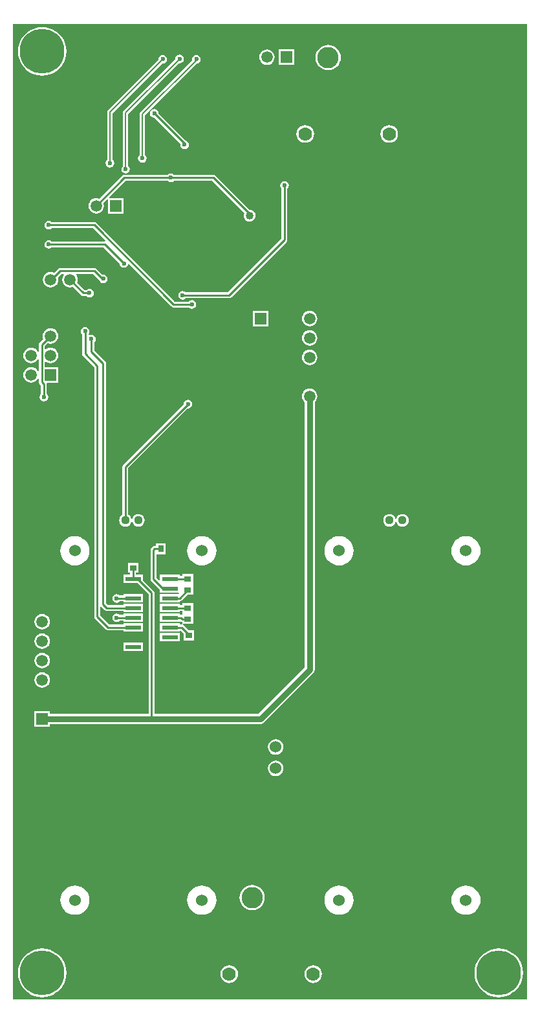
<source format=gbl>
G04*
G04 #@! TF.GenerationSoftware,Altium Limited,Altium Designer,18.0.12 (696)*
G04*
G04 Layer_Physical_Order=2*
G04 Layer_Color=16711680*
%FSLAX25Y25*%
%MOIN*%
G70*
G01*
G75*
%ADD15C,0.01000*%
%ADD62R,0.03543X0.03150*%
%ADD64R,0.03150X0.03543*%
%ADD91C,0.00700*%
%ADD93C,0.03000*%
%ADD95R,0.05906X0.05906*%
%ADD96C,0.05906*%
%ADD97R,0.05906X0.05906*%
%ADD98C,0.19700*%
%ADD99C,0.06000*%
%ADD100C,0.11000*%
%ADD101C,0.07000*%
%ADD103C,0.04400*%
%ADD104C,0.23000*%
%ADD105C,0.02362*%
%ADD106C,0.05000*%
%ADD107C,0.04000*%
%ADD108R,0.08100X0.02400*%
G36*
X270000Y5000D02*
X5000D01*
Y507000D01*
X270000D01*
Y5000D01*
D02*
G37*
%LPC*%
G36*
X90906Y491318D02*
X90055Y491149D01*
X89333Y490667D01*
X88851Y489945D01*
X88682Y489094D01*
X88728Y488863D01*
X62160Y462296D01*
X61862Y461849D01*
X61757Y461322D01*
Y434053D01*
X61561Y433922D01*
X61079Y433201D01*
X60910Y432350D01*
X61079Y431499D01*
X61561Y430777D01*
X62283Y430295D01*
X63134Y430126D01*
X63985Y430295D01*
X64706Y430777D01*
X65188Y431499D01*
X65357Y432350D01*
X65188Y433201D01*
X64706Y433922D01*
X64510Y434053D01*
Y460752D01*
X90674Y486917D01*
X90906Y486871D01*
X91757Y487040D01*
X92478Y487522D01*
X92960Y488243D01*
X93129Y489094D01*
X92960Y489945D01*
X92478Y490667D01*
X91757Y491149D01*
X90906Y491318D01*
D02*
G37*
G36*
X82244Y491224D02*
X81393Y491055D01*
X80672Y490573D01*
X80189Y489851D01*
X80020Y489000D01*
X80066Y488769D01*
X54027Y462729D01*
X53728Y462283D01*
X53624Y461756D01*
Y437204D01*
X53427Y437073D01*
X52946Y436351D01*
X52776Y435500D01*
X52946Y434649D01*
X53427Y433927D01*
X54149Y433445D01*
X55000Y433276D01*
X55851Y433445D01*
X56573Y433927D01*
X57055Y434649D01*
X57224Y435500D01*
X57055Y436351D01*
X56573Y437073D01*
X56376Y437204D01*
Y461186D01*
X82013Y486822D01*
X82244Y486776D01*
X83095Y486945D01*
X83816Y487428D01*
X84299Y488149D01*
X84468Y489000D01*
X84299Y489851D01*
X83816Y490573D01*
X83095Y491055D01*
X82244Y491224D01*
D02*
G37*
G36*
X149953Y493953D02*
X142047D01*
Y486047D01*
X149953D01*
Y493953D01*
D02*
G37*
G36*
X136000Y493987D02*
X134968Y493851D01*
X134007Y493453D01*
X133181Y492819D01*
X132547Y491993D01*
X132149Y491032D01*
X132013Y490000D01*
X132149Y488968D01*
X132547Y488007D01*
X133181Y487181D01*
X134007Y486547D01*
X134968Y486149D01*
X136000Y486013D01*
X137032Y486149D01*
X137993Y486547D01*
X138819Y487181D01*
X139453Y488007D01*
X139851Y488968D01*
X139987Y490000D01*
X139851Y491032D01*
X139453Y491993D01*
X138819Y492819D01*
X137993Y493453D01*
X137032Y493851D01*
X136000Y493987D01*
D02*
G37*
G36*
X167504Y496402D02*
X166230Y496276D01*
X165005Y495904D01*
X163875Y495301D01*
X162886Y494489D01*
X162073Y493499D01*
X161470Y492370D01*
X161098Y491144D01*
X160973Y489870D01*
X161098Y488596D01*
X161470Y487371D01*
X162073Y486241D01*
X162886Y485252D01*
X163875Y484440D01*
X165005Y483836D01*
X166230Y483464D01*
X167504Y483339D01*
X168778Y483464D01*
X170003Y483836D01*
X171133Y484440D01*
X172122Y485252D01*
X172935Y486241D01*
X173538Y487371D01*
X173910Y488596D01*
X174035Y489870D01*
X173910Y491144D01*
X173538Y492370D01*
X172935Y493499D01*
X172122Y494489D01*
X171133Y495301D01*
X170003Y495904D01*
X168778Y496276D01*
X167504Y496402D01*
D02*
G37*
G36*
X20140Y505539D02*
X18178Y505384D01*
X16265Y504925D01*
X14447Y504172D01*
X12770Y503144D01*
X11273Y501866D01*
X9996Y500370D01*
X8968Y498692D01*
X8215Y496875D01*
X7755Y494962D01*
X7601Y493000D01*
X7755Y491039D01*
X8215Y489125D01*
X8968Y487308D01*
X9996Y485630D01*
X11273Y484134D01*
X12770Y482856D01*
X14447Y481828D01*
X16265Y481075D01*
X18178Y480616D01*
X20140Y480461D01*
X22101Y480616D01*
X24014Y481075D01*
X25832Y481828D01*
X27510Y482856D01*
X29006Y484134D01*
X30284Y485630D01*
X31312Y487308D01*
X32065Y489125D01*
X32524Y491039D01*
X32678Y493000D01*
X32524Y494962D01*
X32065Y496875D01*
X31312Y498692D01*
X30284Y500370D01*
X29006Y501866D01*
X27510Y503144D01*
X25832Y504172D01*
X24014Y504925D01*
X22101Y505384D01*
X20140Y505539D01*
D02*
G37*
G36*
X199000Y455039D02*
X197825Y454884D01*
X196731Y454431D01*
X195791Y453709D01*
X195069Y452769D01*
X194616Y451675D01*
X194461Y450500D01*
X194616Y449325D01*
X195069Y448231D01*
X195791Y447291D01*
X196731Y446569D01*
X197825Y446116D01*
X199000Y445961D01*
X200175Y446116D01*
X201269Y446569D01*
X202209Y447291D01*
X202931Y448231D01*
X203384Y449325D01*
X203539Y450500D01*
X203384Y451675D01*
X202931Y452769D01*
X202209Y453709D01*
X201269Y454431D01*
X200175Y454884D01*
X199000Y455039D01*
D02*
G37*
G36*
X155693D02*
X154518Y454884D01*
X153424Y454431D01*
X152484Y453709D01*
X151762Y452769D01*
X151309Y451675D01*
X151154Y450500D01*
X151309Y449325D01*
X151762Y448231D01*
X152484Y447291D01*
X153424Y446569D01*
X154518Y446116D01*
X155693Y445961D01*
X156868Y446116D01*
X157962Y446569D01*
X158902Y447291D01*
X159624Y448231D01*
X160077Y449325D01*
X160232Y450500D01*
X160077Y451675D01*
X159624Y452769D01*
X158902Y453709D01*
X157962Y454431D01*
X156868Y454884D01*
X155693Y455039D01*
D02*
G37*
G36*
X77913Y463310D02*
X77062Y463141D01*
X76341Y462659D01*
X75859Y461938D01*
X75690Y461087D01*
X75859Y460236D01*
X76341Y459514D01*
X77062Y459032D01*
X77913Y458863D01*
X77964Y458873D01*
X91369Y445468D01*
X91276Y445000D01*
X91445Y444149D01*
X91927Y443428D01*
X92649Y442945D01*
X93500Y442776D01*
X94351Y442945D01*
X95073Y443428D01*
X95555Y444149D01*
X95724Y445000D01*
X95555Y445851D01*
X95073Y446572D01*
X94351Y447055D01*
X94048Y447115D01*
X80127Y461036D01*
X80137Y461087D01*
X79968Y461938D01*
X79486Y462659D01*
X78764Y463141D01*
X77913Y463310D01*
D02*
G37*
G36*
X99567Y491224D02*
X98716Y491055D01*
X97995Y490573D01*
X97513Y489851D01*
X97343Y489000D01*
X97461Y488408D01*
X70755Y461702D01*
X70457Y461255D01*
X70352Y460728D01*
Y439704D01*
X70156Y439572D01*
X69674Y438851D01*
X69504Y438000D01*
X69674Y437149D01*
X70156Y436427D01*
X70877Y435945D01*
X71728Y435776D01*
X72579Y435945D01*
X73301Y436427D01*
X73783Y437149D01*
X73952Y438000D01*
X73783Y438851D01*
X73301Y439572D01*
X73105Y439704D01*
Y460158D01*
X99761Y486815D01*
X100418Y486945D01*
X101139Y487428D01*
X101622Y488149D01*
X101791Y489000D01*
X101622Y489851D01*
X101139Y490573D01*
X100418Y491055D01*
X99567Y491224D01*
D02*
G37*
G36*
X86400Y430224D02*
X85549Y430055D01*
X84828Y429572D01*
X84799Y429529D01*
X62500D01*
X61915Y429413D01*
X61419Y429081D01*
X49496Y417159D01*
X49032Y417351D01*
X48000Y417487D01*
X46968Y417351D01*
X46007Y416953D01*
X45181Y416319D01*
X44547Y415493D01*
X44149Y414532D01*
X44013Y413500D01*
X44149Y412468D01*
X44547Y411507D01*
X45181Y410681D01*
X46007Y410047D01*
X46968Y409649D01*
X48000Y409513D01*
X49032Y409649D01*
X49993Y410047D01*
X50819Y410681D01*
X51453Y411507D01*
X51851Y412468D01*
X51987Y413500D01*
X51851Y414532D01*
X51659Y414996D01*
X53585Y416922D01*
X54047Y416731D01*
Y409547D01*
X61953D01*
Y417453D01*
X54769D01*
X54578Y417915D01*
X63134Y426471D01*
X84799D01*
X84828Y426428D01*
X85549Y425945D01*
X86400Y425776D01*
X87251Y425945D01*
X87972Y426428D01*
X88001Y426471D01*
X107781D01*
X124338Y409913D01*
X124077Y409283D01*
X123974Y408500D01*
X124077Y407717D01*
X124380Y406987D01*
X124860Y406360D01*
X125487Y405879D01*
X126217Y405577D01*
X127000Y405474D01*
X127783Y405577D01*
X128513Y405879D01*
X129140Y406360D01*
X129621Y406987D01*
X129923Y407717D01*
X130026Y408500D01*
X129923Y409283D01*
X129621Y410013D01*
X129140Y410640D01*
X128513Y411121D01*
X127783Y411423D01*
X127060Y411518D01*
X109496Y429081D01*
X109000Y429413D01*
X108415Y429529D01*
X88001D01*
X87972Y429572D01*
X87251Y430055D01*
X86400Y430224D01*
D02*
G37*
G36*
X23500Y405862D02*
X22649Y405692D01*
X21927Y405210D01*
X21445Y404489D01*
X21276Y403638D01*
X21445Y402787D01*
X21927Y402065D01*
X22649Y401583D01*
X23500Y401414D01*
X24351Y401583D01*
X25073Y402065D01*
X25101Y402108D01*
X46331D01*
X52704Y395735D01*
X52458Y395274D01*
X52354Y395295D01*
X52024Y395229D01*
X25101D01*
X25073Y395272D01*
X24351Y395755D01*
X23500Y395924D01*
X22649Y395755D01*
X21927Y395272D01*
X21445Y394551D01*
X21276Y393700D01*
X21445Y392849D01*
X21927Y392127D01*
X22649Y391645D01*
X23500Y391476D01*
X24351Y391645D01*
X25073Y392127D01*
X25101Y392171D01*
X51786D01*
X60011Y383946D01*
X60001Y383895D01*
X60170Y383044D01*
X60652Y382323D01*
X61373Y381841D01*
X62225Y381671D01*
X63076Y381841D01*
X63797Y382323D01*
X64279Y383044D01*
X64347Y383385D01*
X64889Y383550D01*
X86773Y361667D01*
X87269Y361335D01*
X87854Y361219D01*
X95647D01*
X95675Y361175D01*
X96397Y360693D01*
X97248Y360524D01*
X98099Y360693D01*
X98821Y361175D01*
X99303Y361897D01*
X99472Y362748D01*
X99303Y363599D01*
X98821Y364320D01*
X98099Y364803D01*
X97248Y364972D01*
X96397Y364803D01*
X95675Y364320D01*
X95647Y364277D01*
X88488D01*
X48046Y404719D01*
X47550Y405051D01*
X46964Y405167D01*
X25101D01*
X25073Y405210D01*
X24351Y405692D01*
X23500Y405862D01*
D02*
G37*
G36*
X47000Y381529D02*
X29427D01*
X28842Y381413D01*
X28346Y381081D01*
X26298Y379034D01*
X25532Y379351D01*
X24500Y379487D01*
X23468Y379351D01*
X22507Y378953D01*
X21681Y378319D01*
X21047Y377493D01*
X20649Y376532D01*
X20513Y375500D01*
X20649Y374468D01*
X21047Y373507D01*
X21681Y372681D01*
X22507Y372047D01*
X23468Y371649D01*
X24500Y371513D01*
X25532Y371649D01*
X26493Y372047D01*
X27319Y372681D01*
X27953Y373507D01*
X28351Y374468D01*
X28487Y375500D01*
X28351Y376532D01*
X28284Y376694D01*
X30061Y378471D01*
X31167D01*
X31413Y377971D01*
X31047Y377493D01*
X30649Y376532D01*
X30513Y375500D01*
X30649Y374468D01*
X31047Y373507D01*
X31681Y372681D01*
X32507Y372047D01*
X33468Y371649D01*
X34500Y371513D01*
X35532Y371649D01*
X35973Y371832D01*
X40233Y367572D01*
X40729Y367241D01*
X41315Y367124D01*
X42899D01*
X42928Y367081D01*
X43649Y366599D01*
X44500Y366430D01*
X45351Y366599D01*
X46073Y367081D01*
X46555Y367803D01*
X46724Y368654D01*
X46555Y369505D01*
X46073Y370226D01*
X45351Y370708D01*
X44500Y370877D01*
X43649Y370708D01*
X42928Y370226D01*
X42899Y370183D01*
X41948D01*
X38149Y373981D01*
X38351Y374468D01*
X38487Y375500D01*
X38351Y376532D01*
X37953Y377493D01*
X37587Y377971D01*
X37833Y378471D01*
X46367D01*
X49510Y375327D01*
X49545Y375149D01*
X50027Y374428D01*
X50749Y373945D01*
X51600Y373776D01*
X52451Y373945D01*
X53172Y374428D01*
X53654Y375149D01*
X53824Y376000D01*
X53654Y376851D01*
X53172Y377572D01*
X52451Y378055D01*
X51600Y378224D01*
X51049Y378114D01*
X48081Y381081D01*
X47585Y381413D01*
X47000Y381529D01*
D02*
G37*
G36*
X145000Y426224D02*
X144149Y426055D01*
X143428Y425572D01*
X142946Y424851D01*
X142776Y424000D01*
X142946Y423149D01*
X143428Y422428D01*
X143471Y422399D01*
Y396634D01*
X115866Y369029D01*
X94101D01*
X94073Y369073D01*
X93351Y369555D01*
X92500Y369724D01*
X91649Y369555D01*
X90927Y369073D01*
X90446Y368351D01*
X90276Y367500D01*
X90446Y366649D01*
X90927Y365928D01*
X91649Y365445D01*
X92500Y365276D01*
X93351Y365445D01*
X94073Y365928D01*
X94101Y365971D01*
X116500D01*
X117085Y366087D01*
X117581Y366419D01*
X146081Y394919D01*
X146413Y395415D01*
X146529Y396000D01*
Y422399D01*
X146572Y422428D01*
X147055Y423149D01*
X147224Y424000D01*
X147055Y424851D01*
X146572Y425572D01*
X145851Y426055D01*
X145000Y426224D01*
D02*
G37*
G36*
X136713Y359453D02*
X128807D01*
Y351547D01*
X136713D01*
Y359453D01*
D02*
G37*
G36*
X158000Y359487D02*
X156968Y359351D01*
X156007Y358953D01*
X155181Y358319D01*
X154547Y357493D01*
X154149Y356532D01*
X154013Y355500D01*
X154149Y354468D01*
X154547Y353507D01*
X155181Y352681D01*
X156007Y352047D01*
X156968Y351649D01*
X158000Y351513D01*
X159032Y351649D01*
X159993Y352047D01*
X160819Y352681D01*
X161453Y353507D01*
X161851Y354468D01*
X161987Y355500D01*
X161851Y356532D01*
X161453Y357493D01*
X160819Y358319D01*
X159993Y358953D01*
X159032Y359351D01*
X158000Y359487D01*
D02*
G37*
G36*
X24389Y350487D02*
X23357Y350351D01*
X22396Y349953D01*
X21570Y349319D01*
X20936Y348493D01*
X20538Y347532D01*
X20402Y346500D01*
X20538Y345468D01*
X20730Y345004D01*
X18855Y343129D01*
X18523Y342633D01*
X18407Y342047D01*
Y338436D01*
X17907Y338336D01*
X17842Y338493D01*
X17208Y339319D01*
X16383Y339953D01*
X15421Y340351D01*
X14389Y340487D01*
X13357Y340351D01*
X12396Y339953D01*
X11570Y339319D01*
X10936Y338493D01*
X10538Y337532D01*
X10402Y336500D01*
X10538Y335468D01*
X10936Y334507D01*
X11570Y333681D01*
X12396Y333047D01*
X13357Y332649D01*
X14389Y332513D01*
X15421Y332649D01*
X16383Y333047D01*
X17208Y333681D01*
X17842Y334507D01*
X17907Y334664D01*
X18407Y334564D01*
Y328436D01*
X17907Y328336D01*
X17842Y328493D01*
X17208Y329319D01*
X16383Y329953D01*
X15421Y330351D01*
X14389Y330487D01*
X13357Y330351D01*
X12396Y329953D01*
X11570Y329319D01*
X10936Y328493D01*
X10538Y327532D01*
X10402Y326500D01*
X10538Y325468D01*
X10936Y324507D01*
X11570Y323681D01*
X12396Y323047D01*
X13357Y322649D01*
X14389Y322513D01*
X15421Y322649D01*
X16383Y323047D01*
X17208Y323681D01*
X17842Y324507D01*
X17907Y324664D01*
X18407Y324564D01*
Y322926D01*
X18523Y322341D01*
X18855Y321845D01*
X19471Y321229D01*
Y316649D01*
X19428Y316620D01*
X18945Y315898D01*
X18776Y315047D01*
X18945Y314196D01*
X19428Y313475D01*
X20149Y312993D01*
X21000Y312823D01*
X21851Y312993D01*
X22572Y313475D01*
X23055Y314196D01*
X23224Y315047D01*
X23055Y315898D01*
X22572Y316620D01*
X22529Y316649D01*
Y321862D01*
X22493Y322047D01*
X22902Y322547D01*
X28342D01*
Y330453D01*
X21466D01*
Y333131D01*
X21966Y333377D01*
X22396Y333047D01*
X23357Y332649D01*
X24389Y332513D01*
X25421Y332649D01*
X26382Y333047D01*
X27208Y333681D01*
X27842Y334507D01*
X28240Y335468D01*
X28376Y336500D01*
X28240Y337532D01*
X27842Y338493D01*
X27208Y339319D01*
X26382Y339953D01*
X25421Y340351D01*
X24389Y340487D01*
X23357Y340351D01*
X22396Y339953D01*
X21966Y339623D01*
X21466Y339869D01*
Y341414D01*
X22893Y342841D01*
X23357Y342649D01*
X24389Y342513D01*
X25421Y342649D01*
X26382Y343047D01*
X27208Y343681D01*
X27842Y344507D01*
X28240Y345468D01*
X28376Y346500D01*
X28240Y347532D01*
X27842Y348493D01*
X27208Y349319D01*
X26382Y349953D01*
X25421Y350351D01*
X24389Y350487D01*
D02*
G37*
G36*
X158000Y349487D02*
X156968Y349351D01*
X156007Y348953D01*
X155181Y348319D01*
X154547Y347493D01*
X154149Y346532D01*
X154013Y345500D01*
X154149Y344468D01*
X154547Y343507D01*
X155181Y342681D01*
X156007Y342047D01*
X156968Y341649D01*
X158000Y341513D01*
X159032Y341649D01*
X159993Y342047D01*
X160819Y342681D01*
X161453Y343507D01*
X161851Y344468D01*
X161987Y345500D01*
X161851Y346532D01*
X161453Y347493D01*
X160819Y348319D01*
X159993Y348953D01*
X159032Y349351D01*
X158000Y349487D01*
D02*
G37*
G36*
Y339487D02*
X156968Y339351D01*
X156007Y338953D01*
X155181Y338319D01*
X154547Y337493D01*
X154149Y336532D01*
X154013Y335500D01*
X154149Y334468D01*
X154547Y333507D01*
X155181Y332681D01*
X156007Y332047D01*
X156968Y331649D01*
X158000Y331513D01*
X159032Y331649D01*
X159993Y332047D01*
X160819Y332681D01*
X161453Y333507D01*
X161851Y334468D01*
X161987Y335500D01*
X161851Y336532D01*
X161453Y337493D01*
X160819Y338319D01*
X159993Y338953D01*
X159032Y339351D01*
X158000Y339487D01*
D02*
G37*
G36*
X95236Y313724D02*
X94385Y313555D01*
X93664Y313072D01*
X93182Y312351D01*
X93012Y311500D01*
X93023Y311449D01*
X61919Y280345D01*
X61587Y279849D01*
X61471Y279264D01*
Y254527D01*
X61386Y254492D01*
X60718Y253979D01*
X60205Y253311D01*
X59882Y252532D01*
X59772Y251697D01*
X59882Y250861D01*
X60205Y250083D01*
X60718Y249414D01*
X61386Y248902D01*
X62165Y248579D01*
X63000Y248469D01*
X63835Y248579D01*
X64614Y248902D01*
X65282Y249414D01*
X65795Y250083D01*
X66088Y250789D01*
X66348Y250827D01*
X66609Y250789D01*
X66902Y250083D01*
X67414Y249414D01*
X68083Y248902D01*
X68861Y248579D01*
X69697Y248469D01*
X70532Y248579D01*
X71311Y248902D01*
X71979Y249414D01*
X72492Y250083D01*
X72814Y250861D01*
X72924Y251697D01*
X72814Y252532D01*
X72492Y253311D01*
X71979Y253979D01*
X71311Y254492D01*
X70532Y254814D01*
X69697Y254924D01*
X68861Y254814D01*
X68083Y254492D01*
X67414Y253979D01*
X66902Y253311D01*
X66609Y252605D01*
X66348Y252566D01*
X66088Y252605D01*
X65795Y253311D01*
X65282Y253979D01*
X64614Y254492D01*
X64529Y254527D01*
Y278630D01*
X95185Y309286D01*
X95236Y309276D01*
X96087Y309445D01*
X96809Y309928D01*
X97291Y310649D01*
X97460Y311500D01*
X97291Y312351D01*
X96809Y313072D01*
X96087Y313555D01*
X95236Y313724D01*
D02*
G37*
G36*
X205803Y254924D02*
X204968Y254814D01*
X204189Y254492D01*
X203521Y253979D01*
X203008Y253311D01*
X202716Y252605D01*
X202455Y252566D01*
X202194Y252605D01*
X201902Y253311D01*
X201389Y253979D01*
X200720Y254492D01*
X199942Y254814D01*
X199106Y254924D01*
X198271Y254814D01*
X197493Y254492D01*
X196824Y253979D01*
X196311Y253311D01*
X195989Y252532D01*
X195879Y251697D01*
X195989Y250861D01*
X196311Y250083D01*
X196824Y249414D01*
X197493Y248902D01*
X198271Y248579D01*
X199106Y248469D01*
X199942Y248579D01*
X200720Y248902D01*
X201389Y249414D01*
X201902Y250083D01*
X202194Y250789D01*
X202455Y250827D01*
X202716Y250789D01*
X203008Y250083D01*
X203521Y249414D01*
X204189Y248902D01*
X204968Y248579D01*
X205803Y248469D01*
X206639Y248579D01*
X207417Y248902D01*
X208085Y249414D01*
X208598Y250083D01*
X208921Y250861D01*
X209031Y251697D01*
X208921Y252532D01*
X208598Y253311D01*
X208085Y253979D01*
X207417Y254492D01*
X206639Y254814D01*
X205803Y254924D01*
D02*
G37*
G36*
X238500Y243532D02*
X237031Y243388D01*
X235617Y242959D01*
X234315Y242263D01*
X233174Y241326D01*
X232237Y240185D01*
X231541Y238882D01*
X231112Y237470D01*
X230968Y236000D01*
X231112Y234530D01*
X231541Y233118D01*
X232237Y231815D01*
X233174Y230674D01*
X234315Y229737D01*
X235617Y229041D01*
X237031Y228612D01*
X238500Y228468D01*
X239969Y228612D01*
X241383Y229041D01*
X242685Y229737D01*
X243826Y230674D01*
X244763Y231815D01*
X245459Y233118D01*
X245888Y234530D01*
X246032Y236000D01*
X245888Y237470D01*
X245459Y238882D01*
X244763Y240185D01*
X243826Y241326D01*
X242685Y242263D01*
X241383Y242959D01*
X239969Y243388D01*
X238500Y243532D01*
D02*
G37*
G36*
X173106D02*
X171637Y243388D01*
X170224Y242959D01*
X168922Y242263D01*
X167780Y241326D01*
X166843Y240185D01*
X166147Y238882D01*
X165719Y237470D01*
X165574Y236000D01*
X165719Y234530D01*
X166147Y233118D01*
X166843Y231815D01*
X167780Y230674D01*
X168922Y229737D01*
X170224Y229041D01*
X171637Y228612D01*
X173106Y228468D01*
X174576Y228612D01*
X175989Y229041D01*
X177291Y229737D01*
X178433Y230674D01*
X179369Y231815D01*
X180065Y233118D01*
X180494Y234530D01*
X180639Y236000D01*
X180494Y237470D01*
X180065Y238882D01*
X179369Y240185D01*
X178433Y241326D01*
X177291Y242263D01*
X175989Y242959D01*
X174576Y243388D01*
X173106Y243532D01*
D02*
G37*
G36*
X102394D02*
X100924Y243388D01*
X99511Y242959D01*
X98209Y242263D01*
X97068Y241326D01*
X96131Y240185D01*
X95435Y238882D01*
X95006Y237470D01*
X94862Y236000D01*
X95006Y234530D01*
X95435Y233118D01*
X96131Y231815D01*
X97068Y230674D01*
X98209Y229737D01*
X99511Y229041D01*
X100924Y228612D01*
X102394Y228468D01*
X103863Y228612D01*
X105276Y229041D01*
X106579Y229737D01*
X107720Y230674D01*
X108657Y231815D01*
X109353Y233118D01*
X109781Y234530D01*
X109926Y236000D01*
X109781Y237470D01*
X109353Y238882D01*
X108657Y240185D01*
X107720Y241326D01*
X106579Y242263D01*
X105276Y242959D01*
X103863Y243388D01*
X102394Y243532D01*
D02*
G37*
G36*
X37000D02*
X35530Y243388D01*
X34117Y242959D01*
X32815Y242263D01*
X31674Y241326D01*
X30737Y240185D01*
X30041Y238882D01*
X29612Y237470D01*
X29468Y236000D01*
X29612Y234530D01*
X30041Y233118D01*
X30737Y231815D01*
X31674Y230674D01*
X32815Y229737D01*
X34117Y229041D01*
X35530Y228612D01*
X37000Y228468D01*
X38469Y228612D01*
X39882Y229041D01*
X41185Y229737D01*
X42326Y230674D01*
X43263Y231815D01*
X43959Y233118D01*
X44388Y234530D01*
X44532Y236000D01*
X44388Y237470D01*
X43959Y238882D01*
X43263Y240185D01*
X42326Y241326D01*
X41185Y242263D01*
X39882Y242959D01*
X38469Y243388D01*
X37000Y243532D01*
D02*
G37*
G36*
X83819Y239753D02*
X78669D01*
Y238511D01*
X78000D01*
X77415Y238395D01*
X76919Y238063D01*
X76419Y237563D01*
X76087Y237067D01*
X75971Y236482D01*
Y221482D01*
X76087Y220896D01*
X76419Y220400D01*
X80850Y215969D01*
Y214282D01*
X90345D01*
X90554Y214025D01*
X90631Y213782D01*
X90573Y213682D01*
X80850D01*
Y209282D01*
X90950D01*
Y209966D01*
X91465Y210069D01*
X91961Y210400D01*
X94893Y213332D01*
X97921D01*
Y218344D01*
X97921Y218482D01*
Y218844D01*
X97921Y218982D01*
Y223993D01*
X92378D01*
Y223011D01*
X90950D01*
Y223682D01*
X80850D01*
Y220948D01*
X80388Y220756D01*
X79029Y222115D01*
Y234210D01*
X83819D01*
Y239753D01*
D02*
G37*
G36*
X58500Y213724D02*
X57649Y213555D01*
X56928Y213072D01*
X56445Y212351D01*
X56276Y211500D01*
X56445Y210649D01*
X56928Y209928D01*
X57649Y209445D01*
X58500Y209276D01*
X59351Y209445D01*
X60072Y209928D01*
X60101Y209971D01*
X61950D01*
Y209282D01*
X72050D01*
Y213682D01*
X61950D01*
Y213029D01*
X60101D01*
X60072Y213072D01*
X59351Y213555D01*
X58500Y213724D01*
D02*
G37*
G36*
X97921Y209012D02*
X92378D01*
Y208011D01*
X90950D01*
Y208682D01*
X80850D01*
Y204282D01*
X90950D01*
Y204952D01*
X92378D01*
Y204000D01*
X92378Y203863D01*
X92378Y203395D01*
X91878Y202984D01*
X91744Y203011D01*
X90950D01*
Y203682D01*
X80850D01*
Y199282D01*
X90950D01*
Y199420D01*
X90987Y199462D01*
X91450Y199670D01*
X91775Y199452D01*
X92360Y199336D01*
X92378D01*
Y198537D01*
X92378Y198537D01*
X92295Y198332D01*
X91963Y198011D01*
X90950D01*
Y198682D01*
X80850D01*
Y194282D01*
X90950D01*
Y194952D01*
X91460D01*
X92957Y193455D01*
Y189844D01*
X98500D01*
Y194993D01*
X95744D01*
X93174Y197563D01*
X92974Y197697D01*
X92751Y198119D01*
X92751Y198119D01*
D01*
X92827Y198351D01*
X92827Y198351D01*
X92827Y198351D01*
X92831Y198351D01*
X97921D01*
Y203363D01*
X97921Y203501D01*
Y203863D01*
X97921Y204000D01*
Y209012D01*
D02*
G37*
G36*
X42243Y351192D02*
X41392Y351023D01*
X40670Y350541D01*
X40188Y349820D01*
X40019Y348969D01*
X40188Y348118D01*
X40670Y347396D01*
X40713Y347367D01*
Y337335D01*
X40830Y336750D01*
X41161Y336254D01*
X46971Y330444D01*
X46971Y209500D01*
Y202121D01*
X47087Y201536D01*
X47418Y201040D01*
X53058Y195400D01*
X53554Y195069D01*
X54140Y194952D01*
X61950D01*
Y194282D01*
X72050D01*
Y198682D01*
X61950D01*
Y198011D01*
X54773D01*
X50029Y202755D01*
Y207134D01*
X50092Y207182D01*
X50529Y207319D01*
X52448Y205400D01*
X52944Y205069D01*
X53529Y204952D01*
X61950D01*
Y204282D01*
X72050D01*
Y208682D01*
X61950D01*
Y208011D01*
X54163D01*
X53029Y209144D01*
Y332378D01*
X52913Y332963D01*
X52581Y333459D01*
X47029Y339011D01*
Y343399D01*
X47072Y343427D01*
X47555Y344149D01*
X47724Y345000D01*
X47555Y345851D01*
X47072Y346572D01*
X46351Y347055D01*
X45500Y347224D01*
X44649Y347055D01*
X44471Y346936D01*
X44324Y346960D01*
X43955Y347160D01*
X43899Y347522D01*
X44297Y348118D01*
X44467Y348969D01*
X44297Y349820D01*
X43815Y350541D01*
X43094Y351023D01*
X42243Y351192D01*
D02*
G37*
G36*
X58500Y203752D02*
X57649Y203583D01*
X56928Y203101D01*
X56445Y202379D01*
X56276Y201528D01*
X56445Y200677D01*
X56928Y199956D01*
X57649Y199474D01*
X58500Y199304D01*
X59351Y199474D01*
X60072Y199956D01*
X60101Y199999D01*
X61950D01*
Y199282D01*
X72050D01*
Y203682D01*
X61950D01*
Y203058D01*
X60101D01*
X60072Y203101D01*
X59351Y203583D01*
X58500Y203752D01*
D02*
G37*
G36*
X20140Y203475D02*
X19108Y203339D01*
X18146Y202941D01*
X17321Y202307D01*
X16687Y201482D01*
X16289Y200520D01*
X16153Y199488D01*
X16289Y198456D01*
X16687Y197495D01*
X17321Y196669D01*
X18146Y196036D01*
X19108Y195637D01*
X20140Y195501D01*
X21171Y195637D01*
X22133Y196036D01*
X22959Y196669D01*
X23592Y197495D01*
X23991Y198456D01*
X24126Y199488D01*
X23991Y200520D01*
X23592Y201482D01*
X22959Y202307D01*
X22133Y202941D01*
X21171Y203339D01*
X20140Y203475D01*
D02*
G37*
G36*
X90950Y193682D02*
X80850D01*
Y189282D01*
X90950D01*
Y193682D01*
D02*
G37*
G36*
X20140Y193475D02*
X19108Y193339D01*
X18146Y192941D01*
X17321Y192307D01*
X16687Y191482D01*
X16289Y190520D01*
X16153Y189488D01*
X16289Y188456D01*
X16687Y187495D01*
X17321Y186669D01*
X18146Y186036D01*
X19108Y185637D01*
X20140Y185501D01*
X21171Y185637D01*
X22133Y186036D01*
X22959Y186669D01*
X23592Y187495D01*
X23991Y188456D01*
X24126Y189488D01*
X23991Y190520D01*
X23592Y191482D01*
X22959Y192307D01*
X22133Y192941D01*
X21171Y193339D01*
X20140Y193475D01*
D02*
G37*
G36*
X72050Y188682D02*
X61950D01*
Y184282D01*
X72050D01*
Y188682D01*
D02*
G37*
G36*
X20140Y183475D02*
X19108Y183339D01*
X18146Y182941D01*
X17321Y182307D01*
X16687Y181482D01*
X16289Y180520D01*
X16153Y179488D01*
X16289Y178456D01*
X16687Y177495D01*
X17321Y176669D01*
X18146Y176035D01*
X19108Y175637D01*
X20140Y175501D01*
X21171Y175637D01*
X22133Y176035D01*
X22959Y176669D01*
X23592Y177495D01*
X23991Y178456D01*
X24126Y179488D01*
X23991Y180520D01*
X23592Y181482D01*
X22959Y182307D01*
X22133Y182941D01*
X21171Y183339D01*
X20140Y183475D01*
D02*
G37*
G36*
Y173475D02*
X19108Y173339D01*
X18146Y172941D01*
X17321Y172307D01*
X16687Y171482D01*
X16289Y170520D01*
X16153Y169488D01*
X16289Y168456D01*
X16687Y167495D01*
X17321Y166669D01*
X18146Y166035D01*
X19108Y165637D01*
X20140Y165501D01*
X21171Y165637D01*
X22133Y166035D01*
X22959Y166669D01*
X23592Y167495D01*
X23991Y168456D01*
X24126Y169488D01*
X23991Y170520D01*
X23592Y171482D01*
X22959Y172307D01*
X22133Y172941D01*
X21171Y173339D01*
X20140Y173475D01*
D02*
G37*
G36*
X158000Y319487D02*
X156968Y319351D01*
X156007Y318953D01*
X155181Y318319D01*
X154547Y317493D01*
X154149Y316532D01*
X154013Y315500D01*
X154149Y314468D01*
X154547Y313507D01*
X155181Y312681D01*
X155451Y312474D01*
X155451Y175955D01*
X131533Y152037D01*
X77948D01*
Y214408D01*
X77832Y214993D01*
X77500Y215489D01*
X72050Y220939D01*
Y223682D01*
X68529D01*
Y224651D01*
X69772D01*
Y229801D01*
X64228D01*
Y224651D01*
X65471D01*
Y223682D01*
X61950D01*
Y219282D01*
X69382D01*
X74889Y213774D01*
Y152037D01*
X24092D01*
Y153441D01*
X16187D01*
Y145535D01*
X24092D01*
Y146939D01*
X132589D01*
X133564Y147133D01*
X134391Y147686D01*
X159802Y173097D01*
X160355Y173924D01*
X160549Y174899D01*
X160549Y312474D01*
X160819Y312681D01*
X161453Y313507D01*
X161851Y314468D01*
X161987Y315500D01*
X161851Y316532D01*
X161453Y317493D01*
X160819Y318319D01*
X159993Y318953D01*
X159032Y319351D01*
X158000Y319487D01*
D02*
G37*
G36*
X140500Y139034D02*
X139456Y138897D01*
X138483Y138494D01*
X137647Y137853D01*
X137006Y137017D01*
X136603Y136044D01*
X136466Y135000D01*
X136603Y133956D01*
X137006Y132983D01*
X137647Y132147D01*
X138483Y131506D01*
X139456Y131103D01*
X140500Y130965D01*
X141544Y131103D01*
X142517Y131506D01*
X143353Y132147D01*
X143994Y132983D01*
X144397Y133956D01*
X144535Y135000D01*
X144397Y136044D01*
X143994Y137017D01*
X143353Y137853D01*
X142517Y138494D01*
X141544Y138897D01*
X140500Y139034D01*
D02*
G37*
G36*
Y128034D02*
X139456Y127897D01*
X138483Y127494D01*
X137647Y126853D01*
X137006Y126017D01*
X136603Y125044D01*
X136466Y124000D01*
X136603Y122956D01*
X137006Y121983D01*
X137647Y121147D01*
X138483Y120506D01*
X139456Y120103D01*
X140500Y119966D01*
X141544Y120103D01*
X142517Y120506D01*
X143353Y121147D01*
X143994Y121983D01*
X144397Y122956D01*
X144535Y124000D01*
X144397Y125044D01*
X143994Y126017D01*
X143353Y126853D01*
X142517Y127494D01*
X141544Y127897D01*
X140500Y128034D01*
D02*
G37*
G36*
X128315Y64031D02*
X127041Y63906D01*
X125815Y63534D01*
X124686Y62931D01*
X123697Y62118D01*
X122884Y61129D01*
X122281Y60000D01*
X121909Y58774D01*
X121783Y57500D01*
X121909Y56226D01*
X122281Y55001D01*
X122884Y53871D01*
X123697Y52882D01*
X124686Y52069D01*
X125815Y51466D01*
X127041Y51094D01*
X128315Y50968D01*
X129589Y51094D01*
X130815Y51466D01*
X131944Y52069D01*
X132933Y52882D01*
X133746Y53871D01*
X134349Y55001D01*
X134721Y56226D01*
X134846Y57500D01*
X134721Y58774D01*
X134349Y60000D01*
X133746Y61129D01*
X132933Y62118D01*
X131944Y62931D01*
X130815Y63534D01*
X129589Y63906D01*
X128315Y64031D01*
D02*
G37*
G36*
X238500Y63729D02*
X237031Y63585D01*
X235617Y63156D01*
X234315Y62460D01*
X233174Y61523D01*
X232237Y60382D01*
X231541Y59079D01*
X231112Y57666D01*
X230968Y56197D01*
X231112Y54728D01*
X231541Y53315D01*
X232237Y52012D01*
X233174Y50871D01*
X234315Y49934D01*
X235617Y49238D01*
X237031Y48809D01*
X238500Y48665D01*
X239969Y48809D01*
X241383Y49238D01*
X242685Y49934D01*
X243826Y50871D01*
X244763Y52012D01*
X245459Y53315D01*
X245888Y54728D01*
X246032Y56197D01*
X245888Y57666D01*
X245459Y59079D01*
X244763Y60382D01*
X243826Y61523D01*
X242685Y62460D01*
X241383Y63156D01*
X239969Y63585D01*
X238500Y63729D01*
D02*
G37*
G36*
X102394D02*
X100924Y63585D01*
X99511Y63156D01*
X98209Y62460D01*
X97068Y61523D01*
X96131Y60382D01*
X95435Y59079D01*
X95006Y57666D01*
X94862Y56197D01*
X95006Y54728D01*
X95435Y53315D01*
X96131Y52012D01*
X97068Y50871D01*
X98209Y49934D01*
X99511Y49238D01*
X100924Y48809D01*
X102394Y48665D01*
X103863Y48809D01*
X105276Y49238D01*
X106579Y49934D01*
X107720Y50871D01*
X108657Y52012D01*
X109353Y53315D01*
X109781Y54728D01*
X109926Y56197D01*
X109781Y57666D01*
X109353Y59079D01*
X108657Y60382D01*
X107720Y61523D01*
X106579Y62460D01*
X105276Y63156D01*
X103863Y63585D01*
X102394Y63729D01*
D02*
G37*
G36*
X173106Y63729D02*
X171637Y63584D01*
X170224Y63156D01*
X168922Y62460D01*
X167780Y61523D01*
X166843Y60382D01*
X166147Y59079D01*
X165719Y57666D01*
X165574Y56197D01*
X165719Y54727D01*
X166147Y53314D01*
X166843Y52012D01*
X167780Y50871D01*
X168922Y49934D01*
X170224Y49238D01*
X171637Y48809D01*
X173106Y48665D01*
X174576Y48809D01*
X175989Y49238D01*
X177291Y49934D01*
X178433Y50871D01*
X179369Y52012D01*
X180065Y53314D01*
X180494Y54727D01*
X180639Y56197D01*
X180494Y57666D01*
X180065Y59079D01*
X179369Y60382D01*
X178433Y61523D01*
X177291Y62460D01*
X175989Y63156D01*
X174576Y63584D01*
X173106Y63729D01*
D02*
G37*
G36*
X37000D02*
X35530Y63584D01*
X34117Y63156D01*
X32815Y62460D01*
X31674Y61523D01*
X30737Y60382D01*
X30041Y59079D01*
X29612Y57666D01*
X29468Y56197D01*
X29612Y54727D01*
X30041Y53314D01*
X30737Y52012D01*
X31674Y50871D01*
X32815Y49934D01*
X34117Y49238D01*
X35530Y48809D01*
X37000Y48665D01*
X38469Y48809D01*
X39882Y49238D01*
X41185Y49934D01*
X42326Y50871D01*
X43263Y52012D01*
X43959Y53314D01*
X44388Y54727D01*
X44532Y56197D01*
X44388Y57666D01*
X43959Y59079D01*
X43263Y60382D01*
X42326Y61523D01*
X41185Y62460D01*
X39882Y63156D01*
X38469Y63584D01*
X37000Y63729D01*
D02*
G37*
G36*
X159811Y22669D02*
X158636Y22514D01*
X157542Y22061D01*
X156602Y21339D01*
X155880Y20399D01*
X155427Y19305D01*
X155272Y18130D01*
X155427Y16955D01*
X155880Y15860D01*
X156602Y14920D01*
X157542Y14199D01*
X158636Y13746D01*
X159811Y13591D01*
X160986Y13746D01*
X162080Y14199D01*
X163020Y14920D01*
X163742Y15860D01*
X164195Y16955D01*
X164350Y18130D01*
X164195Y19305D01*
X163742Y20399D01*
X163020Y21339D01*
X162080Y22061D01*
X160986Y22514D01*
X159811Y22669D01*
D02*
G37*
G36*
X116504D02*
X115329Y22514D01*
X114235Y22061D01*
X113295Y21339D01*
X112573Y20399D01*
X112120Y19305D01*
X111965Y18130D01*
X112120Y16955D01*
X112573Y15860D01*
X113295Y14920D01*
X114235Y14199D01*
X115329Y13746D01*
X116504Y13591D01*
X117679Y13746D01*
X118773Y14199D01*
X119713Y14920D01*
X120435Y15860D01*
X120888Y16955D01*
X121043Y18130D01*
X120888Y19305D01*
X120435Y20399D01*
X119713Y21339D01*
X118773Y22061D01*
X117679Y22514D01*
X116504Y22669D01*
D02*
G37*
G36*
X255451Y31301D02*
X253489Y31146D01*
X251576Y30687D01*
X249759Y29934D01*
X248081Y28906D01*
X246585Y27628D01*
X245307Y26132D01*
X244279Y24454D01*
X243526Y22637D01*
X243067Y20723D01*
X242912Y18762D01*
X243067Y16801D01*
X243526Y14887D01*
X244279Y13070D01*
X245307Y11392D01*
X246585Y9896D01*
X248081Y8618D01*
X249759Y7590D01*
X251576Y6837D01*
X253489Y6378D01*
X255451Y6223D01*
X257413Y6378D01*
X259326Y6837D01*
X261143Y7590D01*
X262821Y8618D01*
X264317Y9896D01*
X265595Y11392D01*
X266623Y13070D01*
X267376Y14887D01*
X267835Y16801D01*
X267990Y18762D01*
X267835Y20723D01*
X267376Y22637D01*
X266623Y24454D01*
X265595Y26132D01*
X264317Y27628D01*
X262821Y28906D01*
X261143Y29934D01*
X259326Y30687D01*
X257413Y31146D01*
X255451Y31301D01*
D02*
G37*
G36*
X20140D02*
X18178Y31146D01*
X16265Y30687D01*
X14447Y29934D01*
X12770Y28906D01*
X11273Y27628D01*
X9996Y26132D01*
X8968Y24454D01*
X8215Y22637D01*
X7755Y20723D01*
X7601Y18762D01*
X7755Y16801D01*
X8215Y14887D01*
X8968Y13070D01*
X9996Y11392D01*
X11273Y9896D01*
X12770Y8618D01*
X14447Y7590D01*
X16265Y6837D01*
X18178Y6378D01*
X20140Y6223D01*
X22101Y6378D01*
X24014Y6837D01*
X25832Y7590D01*
X27510Y8618D01*
X29006Y9896D01*
X30284Y11392D01*
X31312Y13070D01*
X32065Y14887D01*
X32524Y16801D01*
X32678Y18762D01*
X32524Y20723D01*
X32065Y22637D01*
X31312Y24454D01*
X30284Y26132D01*
X29006Y27628D01*
X27510Y28906D01*
X25832Y29934D01*
X24014Y30687D01*
X22101Y31146D01*
X20140Y31301D01*
D02*
G37*
%LPD*%
D15*
X93500Y445000D02*
Y445391D01*
X93554Y445446D01*
X77913Y461087D02*
X93554Y445446D01*
X58500Y201528D02*
X64010D01*
X53529Y206482D02*
X67000D01*
X58500Y211500D02*
X66982D01*
X67000Y211482D01*
X51500Y208511D02*
Y332378D01*
X85900Y211482D02*
X90879D01*
X41315Y368654D02*
X44500D01*
X34484Y375484D02*
X41315Y368654D01*
X29427Y380000D02*
X47000D01*
X24714Y375286D02*
X29427Y380000D01*
X51000Y376000D02*
X51600D01*
X47000Y380000D02*
X51000Y376000D01*
X19936Y342047D02*
X24389Y346500D01*
X19936Y322926D02*
Y342047D01*
Y322926D02*
X21000Y321862D01*
Y315047D02*
Y321862D01*
X23500Y403638D02*
X46964D01*
X63000Y251697D02*
Y279264D01*
X76364Y149488D02*
X76419Y149542D01*
X48500Y202121D02*
X54140Y196482D01*
X48500Y202121D02*
Y209500D01*
X51500Y208511D02*
X53529Y206482D01*
X45500Y338378D02*
Y345000D01*
X48000Y413500D02*
X62500Y428000D01*
X69345Y221482D02*
X76419Y214408D01*
Y149542D02*
Y214408D01*
X63000Y279264D02*
X95236Y311500D01*
X87854Y362748D02*
X97248D01*
X46964Y403638D02*
X87854Y362748D01*
X145000Y396000D02*
Y424000D01*
X116500Y367500D02*
X145000Y396000D01*
X92500Y367500D02*
X116500D01*
X62500Y428000D02*
X86400D01*
X52354Y393766D02*
X62225Y383895D01*
X52288Y393700D02*
X52354Y393766D01*
X23500Y393700D02*
X52288D01*
X127000Y408500D02*
Y409415D01*
X108415Y428000D02*
X127000Y409415D01*
X86400Y428000D02*
X108415D01*
X45500Y338378D02*
X51500Y332378D01*
X42243Y337335D02*
Y348969D01*
Y337335D02*
X48500Y331078D01*
X78000Y236982D02*
X81244D01*
X77500Y236482D02*
X78000Y236982D01*
X77500Y221482D02*
Y236482D01*
Y221482D02*
X82500Y216482D01*
X48500Y209500D02*
X48500Y331078D01*
X54140Y196482D02*
X67000D01*
X92093D02*
X96337Y192237D01*
X85900Y196482D02*
X92093D01*
X85900Y206482D02*
X95000D01*
X92360Y200865D02*
X95000D01*
X85900Y221482D02*
X95149D01*
X90879Y211482D02*
X95149Y215752D01*
X91744Y201482D02*
X92360Y200865D01*
X85900Y201482D02*
X91744D01*
X67000Y221482D02*
Y226482D01*
D62*
X67000Y227226D02*
D03*
Y232737D02*
D03*
X95149Y221419D02*
D03*
Y215907D02*
D03*
Y206437D02*
D03*
Y200926D02*
D03*
X95728Y192419D02*
D03*
Y186907D02*
D03*
D64*
X81244Y236982D02*
D03*
X86756D02*
D03*
D91*
X63134Y432350D02*
Y461322D01*
X90906Y489094D01*
X55000Y435500D02*
Y461756D01*
X82244Y489000D01*
X71728Y460728D02*
X99567Y488567D01*
X71728Y438000D02*
Y460728D01*
X99567Y488567D02*
Y489000D01*
D93*
X76364Y149488D02*
X132589D01*
X20140D02*
X76364D01*
X132589D02*
X158000Y174899D01*
X158000Y315500D02*
X158000Y174899D01*
D95*
X14500Y375500D02*
D03*
X58000Y413500D02*
D03*
X132760Y355500D02*
D03*
X146000Y490000D02*
D03*
D96*
X24500Y375500D02*
D03*
X34500D02*
D03*
X14389Y326500D02*
D03*
X24389Y336500D02*
D03*
X14389D02*
D03*
X24389Y346500D02*
D03*
X14389D02*
D03*
X48000Y413500D02*
D03*
X142760Y355500D02*
D03*
X20140Y159488D02*
D03*
Y169488D02*
D03*
Y179488D02*
D03*
Y189488D02*
D03*
Y199488D02*
D03*
X136000Y490000D02*
D03*
X158000Y315500D02*
D03*
Y325500D02*
D03*
Y335500D02*
D03*
Y345500D02*
D03*
Y355500D02*
D03*
D97*
X24389Y326500D02*
D03*
X20140Y149488D02*
D03*
D98*
X189431Y80000D02*
D03*
X216990Y268976D02*
D03*
X20140D02*
D03*
Y80000D02*
D03*
D99*
X140500Y124000D02*
D03*
Y135000D02*
D03*
X37000Y236000D02*
D03*
Y56197D02*
D03*
X102394Y236000D02*
D03*
Y56197D02*
D03*
X238500D02*
D03*
Y236000D02*
D03*
X173106Y56197D02*
D03*
Y236000D02*
D03*
D100*
X128315Y57500D02*
D03*
X148000D02*
D03*
X167504Y489870D02*
D03*
X187189D02*
D03*
D101*
X116504Y18130D02*
D03*
X159811D02*
D03*
X155693Y450500D02*
D03*
X199000D02*
D03*
D103*
X63000Y251697D02*
D03*
X69697D02*
D03*
X76500D02*
D03*
X212606D02*
D03*
X205803D02*
D03*
X199106D02*
D03*
D104*
X20140Y493000D02*
D03*
Y18762D02*
D03*
X255451D02*
D03*
Y493000D02*
D03*
D105*
X32641Y285886D02*
D03*
X93500Y445000D02*
D03*
X67720Y444500D02*
D03*
X55000Y435500D02*
D03*
X71728Y438000D02*
D03*
X63134Y432350D02*
D03*
X99567Y489000D02*
D03*
X90906Y489094D02*
D03*
X77913Y461087D02*
D03*
X58500Y201528D02*
D03*
Y211500D02*
D03*
X51600Y376000D02*
D03*
X21000Y315047D02*
D03*
X23500Y403638D02*
D03*
Y387732D02*
D03*
X45500Y345000D02*
D03*
X95236Y311500D02*
D03*
X40031Y424227D02*
D03*
X16031Y423944D02*
D03*
X67000Y398500D02*
D03*
X81000Y387500D02*
D03*
X97248Y362748D02*
D03*
X92500Y367500D02*
D03*
X123339Y418261D02*
D03*
X23500Y393700D02*
D03*
X62225Y383895D02*
D03*
X95236Y499500D02*
D03*
X82244Y489000D02*
D03*
X42243Y355500D02*
D03*
Y348969D02*
D03*
X145000Y424000D02*
D03*
X86400Y428000D02*
D03*
X44500Y368654D02*
D03*
D106*
X247000Y493000D02*
D03*
X255451Y484500D02*
D03*
X264000Y493000D02*
D03*
X255500Y501500D02*
D03*
X174500Y388000D02*
D03*
X20140Y502000D02*
D03*
X29140Y493000D02*
D03*
X11140D02*
D03*
X20140Y484000D02*
D03*
Y27762D02*
D03*
X29140Y18762D02*
D03*
X11140D02*
D03*
X20140Y9762D02*
D03*
X255451Y27762D02*
D03*
X264451Y18762D02*
D03*
X246451D02*
D03*
X255451Y9762D02*
D03*
D107*
X127000Y408500D02*
D03*
D108*
X85900Y221482D02*
D03*
Y216482D02*
D03*
Y211482D02*
D03*
Y206482D02*
D03*
Y201482D02*
D03*
Y196482D02*
D03*
Y191482D02*
D03*
Y186482D02*
D03*
X67000D02*
D03*
Y191482D02*
D03*
Y196482D02*
D03*
Y201482D02*
D03*
Y206482D02*
D03*
Y211482D02*
D03*
Y216482D02*
D03*
Y221482D02*
D03*
M02*

</source>
